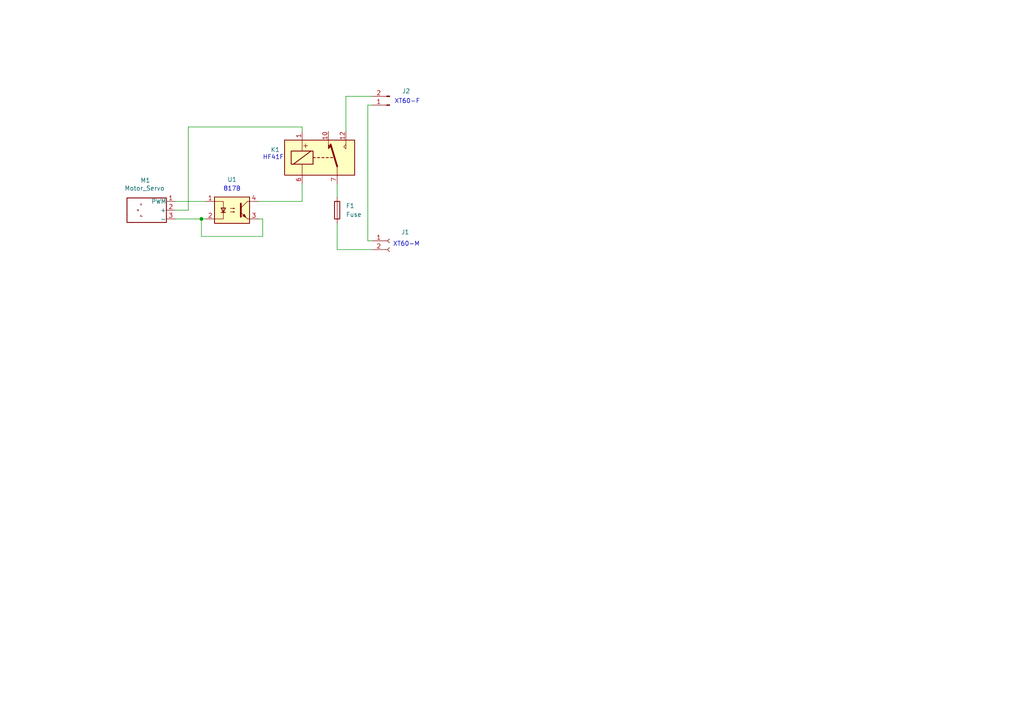
<source format=kicad_sch>
(kicad_sch (version 20250114) (generator "eeschema") (generator_version "9.0")
  (paper "A4")
  (lib_symbols
    (symbol "Connector:Conn_01x02_Pin" (pin_names (offset 1.016) (hide yes))
      (property "Reference" "J" (at 0 2.54 0))
      (property "Value" "Conn_01x02_Pin" (at 0 -5.08 0))
      (symbol "Conn_01x02_Pin_1_1"
        (rectangle (start 0.8636 0.127) (end 0 -0.127) (stroke (width 0.1524)) (fill (type outline)))
        (rectangle (start 0.8636 -2.413) (end 0 -2.667) (stroke (width 0.1524)) (fill (type outline)))
        (polyline (pts (xy 1.27 0) (xy 0.8636 0)) (stroke (width 0.1524)))
        (polyline (pts (xy 1.27 -2.54) (xy 0.8636 -2.54)) (stroke (width 0.1524)))
        (pin passive line (at 5.08 0 180) (length 3.81) (name "Pin_1") (number "1"))
        (pin passive line (at 5.08 -2.54 180) (length 3.81) (name "Pin_2") (number "2"))
      )
    )
    (symbol "Connector:Conn_01x02_Socket" (pin_names (offset 1.016) (hide yes))
      (property "Reference" "J" (at 0 2.54 0))
      (property "Value" "Conn_01x02_Socket" (at 0 -5.08 0))
      (symbol "Conn_01x02_Socket_1_1"
        (polyline (pts (xy -1.27 0) (xy -0.508 0)) (stroke (width 0.1524)))
        (polyline (pts (xy -1.27 -2.54) (xy -0.508 -2.54)) (stroke (width 0.1524)))
        (arc (start 0 -0.508) (mid -0.5058 0) (end 0 0.508) (stroke (width 0.1524)))
        (arc (start 0 -3.048) (mid -0.5058 -2.54) (end 0 -2.032) (stroke (width 0.1524)))
        (pin passive line (at -5.08 0 0) (length 3.81) (name "Pin_1") (number "1"))
        (pin passive line (at -5.08 -2.54 0) (length 3.81) (name "Pin_2") (number "2"))
      )
    )
    (symbol "Device:Fuse" (pin_numbers (hide yes)) (pin_names (offset 0))
      (property "Reference" "F" (at 2.032 0 90))
      (property "Value" "Fuse" (at -1.905 0 90))
      (symbol "Fuse_0_1"
        (rectangle (start -0.762 -2.54) (end 0.762 2.54) (stroke (width 0.254)))
        (polyline (pts (xy 0 2.54) (xy 0 -2.54)))
      )
      (symbol "Fuse_1_1"
        (pin passive line (at 0 3.81 270) (length 1.27) (name "~") (number "1"))
        (pin passive line (at 0 -3.81 90) (length 1.27) (name "~") (number "2"))
      )
    )
    (symbol "Isolator:LTV-817" (pin_names (offset 1.016))
      (property "Reference" "U" (at -5.08 5.08 0))
      (property "Value" "LTV-817" (at 0 5.08 0))
      (symbol "LTV-817_0_1"
        (rectangle (start -5.08 3.81) (end 5.08 -3.81) (stroke (width 0.254)) (fill (type background)))
        (polyline (pts (xy -5.08 2.54) (xy -2.54 2.54) (xy -2.54 -0.762)))
        (polyline (pts (xy -3.175 -0.635) (xy -1.905 -0.635)) (stroke (width 0.254)))
        (polyline (pts (xy -2.54 -0.635) (xy -2.54 -2.54) (xy -5.08 -2.54)))
        (polyline (pts (xy -2.54 -0.635) (xy -3.175 0.635) (xy -1.905 0.635) (xy -2.54 -0.635)) (stroke (width 0.254)))
        (polyline (pts (xy -0.508 0.508) (xy 0.762 0.508) (xy 0.381 0.381) (xy 0.381 0.635) (xy 0.762 0.508)))
        (polyline (pts (xy -0.508 -0.508) (xy 0.762 -0.508) (xy 0.381 -0.635) (xy 0.381 -0.381) (xy 0.762 -0.508)))
        (polyline (pts (xy 2.54 1.905) (xy 2.54 -1.905) (xy 2.54 -1.905)) (stroke (width 0.508)))
        (polyline (pts (xy 2.54 0.635) (xy 4.445 2.54)))
        (polyline (pts (xy 3.048 -1.651) (xy 3.556 -1.143) (xy 4.064 -2.159) (xy 3.048 -1.651) (xy 3.048 -1.651)) (fill (type outline)))
        (polyline (pts (xy 4.445 2.54) (xy 5.08 2.54)))
        (polyline (pts (xy 4.445 -2.54) (xy 2.54 -0.635)) (fill (type outline)))
        (polyline (pts (xy 4.445 -2.54) (xy 5.08 -2.54)))
      )
      (symbol "LTV-817_1_1"
        (pin passive line (at -7.62 2.54 0) (length 2.54) (name "~") (number "1"))
        (pin passive line (at -7.62 -2.54 0) (length 2.54) (name "~") (number "2"))
        (pin passive line (at 7.62 2.54 180) (length 2.54) (name "~") (number "4"))
        (pin passive line (at 7.62 -2.54 180) (length 2.54) (name "~") (number "3"))
      )
    )
    (symbol "Motor:Motor_Servo" (pin_names (offset 0.0254))
      (property "Value" "Motor_Servo" (at -0.0139 -6.35 0))
      (symbol "Motor_Servo_0_1"
        (polyline (pts (xy 1.143 1.778) (xy 0.635 1.778)))
        (polyline (pts (xy 1.143 1.778) (xy 1.016 1.397)))
        (polyline (pts (xy 1.143 -1.778) (xy 0.762 -1.778)))
        (polyline (pts (xy 1.143 -1.778) (xy 1.016 -1.397)))
        (circle (center 1.905 0) (radius 0.1778))
        (polyline (pts (xy 3.81 3.556) (xy -6.35 3.556) (xy -6.35 -3.556) (xy 5.08 -3.556) (xy 5.08 1.524)) (stroke (width 0.254)))
      )
      (symbol "Motor_Servo_1_1"
        (polyline (pts (xy 3.81 3.556) (xy 5.08 3.556) (xy 5.08 1.524)) (stroke (width 0.254)))
        (pin passive line (at -8.89 2.54 0) (length 2.54) (name "-") (number "3"))
        (pin passive line (at -8.89 0 0) (length 2.54) (name "+") (number "2"))
        (pin passive line (at -8.89 -2.54 0) (length 2.54) (name "PWM") (number "1"))
      )
    )
    (symbol "Relay:G6E"
      (property "Reference" "K" (at 11.43 3.81 0))
      (property "Value" "G6E" (at 11.43 1.27 0))
      (symbol "G6E_0_0"
        (polyline (pts (xy 7.62 5.08) (xy 7.62 2.54) (xy 6.985 3.175) (xy 7.62 3.81)))
        (text "+" (at -4.064 3.556 0) (effects (font (size 1.524 1.524))))
      )
      (symbol "G6E_0_1"
        (rectangle (start -10.16 5.08) (end 10.16 -5.08) (stroke (width 0.254)) (fill (type background)))
        (rectangle (start -8.255 1.905) (end -1.905 -1.905) (stroke (width 0.254)))
        (polyline (pts (xy -7.62 -1.905) (xy -2.54 1.905)) (stroke (width 0.254)))
        (polyline (pts (xy -5.08 5.08) (xy -5.08 1.905)))
        (polyline (pts (xy -5.08 -5.08) (xy -5.08 -1.905)))
        (polyline (pts (xy -1.905 0) (xy -1.27 0)) (stroke (width 0.254)))
        (polyline (pts (xy -0.635 0) (xy 0 0)) (stroke (width 0.254)))
        (polyline (pts (xy 0.635 0) (xy 1.27 0)) (stroke (width 0.254)))
        (polyline (pts (xy 1.905 0) (xy 2.54 0)) (stroke (width 0.254)))
        (polyline (pts (xy 2.54 5.08) (xy 2.54 2.54) (xy 3.175 3.175) (xy 2.54 3.81)) (fill (type outline)))
        (polyline (pts (xy 3.175 0) (xy 3.81 0)) (stroke (width 0.254)))
        (polyline (pts (xy 5.08 -2.54) (xy 3.175 3.81)) (stroke (width 0.508)))
        (polyline (pts (xy 5.08 -2.54) (xy 5.08 -5.08)))
      )
      (symbol "G6E_1_1"
        (pin passive line (at -5.08 7.62 270) (length 2.54) (name "~") (number "1"))
        (pin passive line (at -5.08 -7.62 90) (length 2.54) (name "~") (number "6"))
        (pin passive line (at 2.54 7.62 270) (length 2.54) (name "~") (number "10"))
        (pin passive line (at 5.08 -7.62 90) (length 2.54) (name "~") (number "7"))
        (pin passive line (at 7.62 7.62 270) (length 2.54) (name "~") (number "12"))
      )
    )
  )
  (text "817B" (at 67.31 54.864 0) (effects (font (size 1.27 1.27))))
  (text "HF41F\n" (at 79.248 45.72 0) (effects (font (size 1.27 1.27))))
  (text "XT60-M" (at 117.856 70.866 0) (effects (font (size 1.27 1.27))))
  (text "XT60-F" (at 118.11 29.464 0) (effects (font (size 1.27 1.27))))
  (junction (at 58.42 63.5))
  (wire (pts (xy 97.79 53.34) (xy 97.79 57.15)))
  (wire (pts (xy 74.93 63.5) (xy 76.2 63.5)))
  (wire (pts (xy 107.95 72.39) (xy 97.79 72.39)))
  (wire (pts (xy 54.61 36.83) (xy 54.61 60.96)))
  (wire (pts (xy 54.61 60.96) (xy 50.8 60.96)))
  (wire (pts (xy 58.42 68.58) (xy 58.42 63.5)))
  (wire (pts (xy 106.68 69.85) (xy 107.95 69.85)))
  (wire (pts (xy 50.8 58.42) (xy 59.69 58.42)))
  (wire (pts (xy 106.68 30.48) (xy 106.68 69.85)))
  (wire (pts (xy 97.79 72.39) (xy 97.79 64.77)))
  (wire (pts (xy 50.8 63.5) (xy 58.42 63.5)))
  (wire (pts (xy 107.95 27.94) (xy 100.33 27.94)))
  (wire (pts (xy 76.2 68.58) (xy 58.42 68.58)))
  (wire (pts (xy 76.2 63.5) (xy 76.2 68.58)))
  (wire (pts (xy 87.63 36.83) (xy 54.61 36.83)))
  (wire (pts (xy 106.68 30.48) (xy 107.95 30.48)))
  (wire (pts (xy 74.93 58.42) (xy 87.63 58.42)))
  (wire (pts (xy 87.63 38.1) (xy 87.63 36.83)))
  (wire (pts (xy 100.33 27.94) (xy 100.33 38.1)))
  (wire (pts (xy 87.63 53.34) (xy 87.63 58.42)))
  (wire (pts (xy 58.42 63.5) (xy 59.69 63.5)))
  (symbol (lib_id "Motor:Motor_Servo") (at 41.91 60.96 180) (unit 1)
    (property "Reference" "M1" (at 42.164 52.324 0))
    (property "Value" "Motor_Servo" (at 41.9239 54.61 0))
    (property "Datasheet" "http://forums.parallax.com/uploads/attachments/46831/74481.png" (effects (hide yes)))
    (property "Description" "Servo Motor (Futaba, HiTec, JR connector)" (effects (hide yes)))
  )
  (symbol (lib_id "Relay:G6E") (at 92.71 45.72 0) (unit 1)
    (property "Reference" "K1" (at 78.486 43.434 0) (effects (justify left)))
    (property "Value" "G6E" (effects (hide yes)))
    (property "Footprint" "Relay_THT:Relay_SPDT_Omron_G6E" (effects (hide yes)))
    (property "Datasheet" "https://www.omron.com/ecb/products/pdf/en-g6e.pdf" (effects (hide yes)))
    (property "Description" "Omron Subminiature Sensitive SPDT Signal Switching Relay, Single-Side Stable" (effects (hide yes)))
  )
  (symbol (lib_id "Device:Fuse") (at 97.79 60.96 0) (unit 1)
    (property "Reference" "F1" (at 100.33 59.6899 0) (effects (justify left)))
    (property "Value" "Fuse" (at 100.33 62.2299 0) (effects (justify left)))
    (property "Description" "Fuse" (effects (hide yes)))
  )
  (symbol (lib_id "Connector:Conn_01x02_Socket") (at 113.03 69.85 0) (unit 1)
    (property "Reference" "J1" (at 116.332 67.31 0) (effects (justify left)))
    (property "Value" "Conn_01x02_Socket" (effects (hide yes)))
    (property "Description" "Generic connector, single row, 01x02, script generated" (effects (hide yes)))
  )
  (symbol (lib_id "Connector:Conn_01x02_Pin") (at 113.03 30.48 180) (unit 1)
    (property "Reference" "J2" (at 116.586 26.416 0) (effects (justify right)))
    (property "Value" "Conn_01x02_Pin" (effects (hide yes)))
    (property "Description" "Generic connector, single row, 01x02, script generated" (effects (hide yes)))
  )
  (symbol (lib_id "Isolator:LTV-817") (at 67.31 60.96 0) (unit 1)
    (property "Reference" "U1" (at 67.31 52.07 0))
    (property "Value" "LTV-817" (effects (hide yes)))
    (property "Footprint" "Package_DIP:DIP-4_W7.62mm" (effects (hide yes)))
    (property "Datasheet" "http://www.us.liteon.com/downloads/LTV-817-827-847.PDF" (effects (hide yes)))
    (property "Description" "DC Optocoupler, Vce 35V, CTR 50%, DIP-4" (effects (hide yes)))
  )
)
</source>
